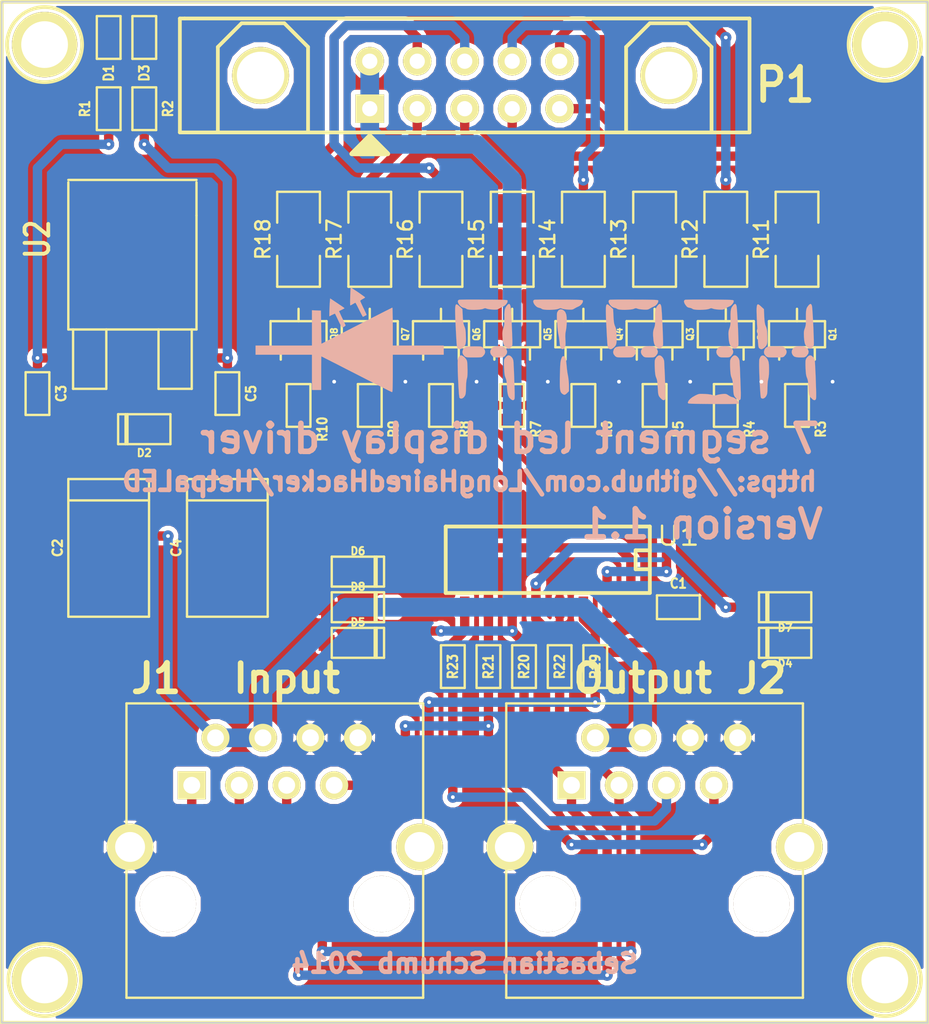
<source format=kicad_pcb>
(kicad_pcb (version 3) (host pcbnew "(2013-may-18)-stable")
  (layers (15 F.Cu signal hide) (0 B.Cu signal) (18 B.Paste user) (19 F.Paste user) (20 B.SilkS user) (21 F.SilkS user) (22 B.Mask user) (23 F.Mask user) (28 Edge.Cuts user))
  (net 0 "")
  (net 1 +24V)
  (net 2 +5V)
  (net 3 Clock)
  (net 4 Data_In)
  (net 5 Data_Out)
  (net 6 Enable)
  (net 7 FET_1)
  (net 8 FET_2)
  (net 9 FET_3)
  (net 10 FET_4)
  (net 11 FET_5)
  (net 12 FET_6)
  (net 13 FET_7)
  (net 14 FET_8)
  (net 15 GND)
  (net 16 N-0000017)
  (net 17 N-0000018)
  (net 18 N-0000019)
  (net 19 N-0000020)
  (net 20 N-0000021)
  (net 21 N-0000022)
  (net 22 N-0000023)
  (net 23 N-0000024)
  (net 24 N-0000025)
  (net 25 N-0000026)
  (net 26 N-0000027)
  (net 27 N-0000029)
  (net 28 N-0000030)
  (net 29 N-0000031)
  (net 30 N-0000032)
  (net 31 N-0000033)
  (net 32 N-0000034)
  (net 33 N-0000035)
  (net 34 N-0000036)
  (net 35 N-0000037)
  (net 36 N-0000038)
  (net 37 N-0000045)
  (net 38 N-0000047)
  (net 39 Reset)
  (net 40 SEG_1)
  (net 41 SEG_2)
  (net 42 SEG_3)
  (net 43 SEG_4)
  (net 44 SEG_5)
  (net 45 SEG_6)
  (net 46 SEG_7)
  (net 47 SEG_8)
  (module RJ45_MEBP_8-8G (layer F.Cu) (at 134.62 82.55)
    (fp_text reference J2 (at 5.715 -12.065) (layer F.SilkS) (effects (font (size 1.524 1.524) (thickness 0.3048))))
    (fp_text value RJ45 hide)
    (pad "" thru_hole circle (at 5.715 0) (size 3 3) (drill 3) (layers *.Cu *.Mask F.SilkS))
    (pad "" thru_hole circle (at -5.715 0) (size 3 3) (drill 3) (layers *.Cu *.Mask F.SilkS))
    (pad 1 thru_hole rect (at -4.445 -6.35) (size 1.50114 1.50114) (drill 0.89916) (layers *.Cu *.Mask F.SilkS) (net 3 Clock))
    (pad 2 thru_hole circle (at -3.175 -8.89) (size 1.50114 1.50114) (drill 0.89916) (layers *.Cu *.Mask F.SilkS) (net 1 +24V))
    (pad 3 thru_hole circle (at -1.905 -6.35) (size 1.50114 1.50114) (drill 0.89916) (layers *.Cu *.Mask F.SilkS) (net 6 Enable))
    (pad 4 thru_hole circle (at -0.635 -8.89) (size 1.50114 1.50114) (drill 0.89916) (layers *.Cu *.Mask F.SilkS) (net 1 +24V))
    (pad 5 thru_hole circle (at 0.635 -6.35) (size 1.50114 1.50114) (drill 0.89916) (layers *.Cu *.Mask F.SilkS) (net 5 Data_Out))
    (pad 6 thru_hole circle (at 1.905 -8.89) (size 1.50114 1.50114) (drill 0.89916) (layers *.Cu *.Mask F.SilkS) (net 15 GND))
    (pad 7 thru_hole circle (at 3.175 -6.35) (size 1.50114 1.50114) (drill 0.89916) (layers *.Cu *.Mask F.SilkS) (net 39 Reset))
    (pad 8 thru_hole circle (at 4.445 -8.89) (size 1.50114 1.50114) (drill 0.89916) (layers *.Cu *.Mask F.SilkS) (net 15 GND))
    (pad 9 thru_hole circle (at -7.745 -3.05) (size 2.5 2.5) (drill 1.6) (layers *.Cu *.Mask F.SilkS) (net 15 GND))
    (pad 10 thru_hole circle (at 7.747 -3.05) (size 2.5 2.5) (drill 1.6) (layers *.Cu *.Mask F.SilkS))
  )
  (module RJ45_MEBP_8-8G (layer F.Cu) (at 114.3 82.55)
    (fp_text reference J1 (at -6.35 -12.065) (layer F.SilkS) (effects (font (size 1.524 1.524) (thickness 0.3048))))
    (fp_text value RJ45 hide)
    (pad "" thru_hole circle (at 5.715 0) (size 3 3) (drill 3) (layers *.Cu *.Mask F.SilkS))
    (pad "" thru_hole circle (at -5.715 0) (size 3 3) (drill 3) (layers *.Cu *.Mask F.SilkS))
    (pad 1 thru_hole rect (at -4.445 -6.35) (size 1.50114 1.50114) (drill 0.89916) (layers *.Cu *.Mask F.SilkS) (net 3 Clock))
    (pad 2 thru_hole circle (at -3.175 -8.89) (size 1.50114 1.50114) (drill 0.89916) (layers *.Cu *.Mask F.SilkS) (net 1 +24V))
    (pad 3 thru_hole circle (at -1.905 -6.35) (size 1.50114 1.50114) (drill 0.89916) (layers *.Cu *.Mask F.SilkS) (net 6 Enable))
    (pad 4 thru_hole circle (at -0.635 -8.89) (size 1.50114 1.50114) (drill 0.89916) (layers *.Cu *.Mask F.SilkS) (net 1 +24V))
    (pad 5 thru_hole circle (at 0.635 -6.35) (size 1.50114 1.50114) (drill 0.89916) (layers *.Cu *.Mask F.SilkS) (net 4 Data_In))
    (pad 6 thru_hole circle (at 1.905 -8.89) (size 1.50114 1.50114) (drill 0.89916) (layers *.Cu *.Mask F.SilkS) (net 15 GND))
    (pad 7 thru_hole circle (at 3.175 -6.35) (size 1.50114 1.50114) (drill 0.89916) (layers *.Cu *.Mask F.SilkS) (net 39 Reset))
    (pad 8 thru_hole circle (at 4.445 -8.89) (size 1.50114 1.50114) (drill 0.89916) (layers *.Cu *.Mask F.SilkS) (net 15 GND))
    (pad 9 thru_hole circle (at -7.745 -3.05) (size 2.5 2.5) (drill 1.6) (layers *.Cu *.Mask F.SilkS) (net 15 GND))
    (pad 10 thru_hole circle (at 7.747 -3.05) (size 2.5 2.5) (drill 1.6) (layers *.Cu *.Mask F.SilkS))
  )
  (module 1pin (layer F.Cu) (at 101.981 36.576)
    (fp_text reference 1PIN hide)
    (fp_text value P*** hide)
    (pad 1 thru_hole circle (at 0 0) (size 3.5 3.5) (drill 2.5) (layers *.Cu *.Mask F.SilkS))
  )
  (module 1pin (layer F.Cu) (at 101.981 86.614)
    (fp_text reference 1PIN hide)
    (fp_text value P*** hide)
    (pad 1 thru_hole circle (at 0 0) (size 3.5 3.5) (drill 2.5) (layers *.Cu *.Mask F.SilkS))
  )
  (module 1pin (layer F.Cu) (at 146.939 86.614)
    (fp_text reference 1PIN hide)
    (fp_text value P*** hide)
    (pad 1 thru_hole circle (at 0 0) (size 3.5 3.5) (drill 2.5) (layers *.Cu *.Mask F.SilkS))
  )
  (module 1pin (layer F.Cu) (at 146.939 36.576)
    (fp_text reference 1PIN hide)
    (fp_text value P*** hide)
    (pad 1 thru_hole circle (at 0 0) (size 3.5 3.5) (drill 2.5) (layers *.Cu *.Mask F.SilkS))
  )
  (module HE10-10C (layer F.Cu) (at 124.46 38.735 180)
    (fp_text reference P1 (at -17.145 0 360) (layer F.SilkS) (effects (font (size 1.77546 1.5875) (thickness 0.3048))))
    (fp_text value HE10-10 hide)
    (pad 0 thru_hole circle (at -10.922 0.508 180) (size 3.048 3.048) (drill 2.54) (layers *.Cu *.Mask F.SilkS))
    (pad 0 thru_hole circle (at 10.922 0.508 180) (size 3.048 3.048) (drill 2.54) (layers *.Cu *.Mask F.SilkS))
    (pad 1 thru_hole rect (at 5.08 -1.27 180) (size 1.524 1.524) (drill 0.8128) (layers *.Cu *.Mask F.SilkS) (net 1 +24V))
    (pad 2 thru_hole circle (at 5.08 1.27 180) (size 1.524 1.524) (drill 0.8128) (layers *.Cu *.Mask F.SilkS) (net 1 +24V))
    (pad 3 thru_hole circle (at 2.54 -1.27 180) (size 1.524 1.524) (drill 0.8128) (layers *.Cu *.Mask F.SilkS) (net 46 SEG_7))
    (pad 4 thru_hole circle (at 2.54 1.27 180) (size 1.524 1.524) (drill 0.8128) (layers *.Cu *.Mask F.SilkS) (net 47 SEG_8))
    (pad 5 thru_hole circle (at 0 -1.27 180) (size 1.524 1.524) (drill 0.8128) (layers *.Cu *.Mask F.SilkS) (net 44 SEG_5))
    (pad 6 thru_hole circle (at 0 1.27 180) (size 1.524 1.524) (drill 0.8128) (layers *.Cu *.Mask F.SilkS) (net 45 SEG_6))
    (pad 7 thru_hole circle (at -2.54 -1.27 180) (size 1.524 1.524) (drill 0.8128) (layers *.Cu *.Mask F.SilkS) (net 42 SEG_3))
    (pad 8 thru_hole circle (at -2.54 1.27 180) (size 1.524 1.524) (drill 0.8128) (layers *.Cu *.Mask F.SilkS) (net 43 SEG_4))
    (pad 9 thru_hole circle (at -5.08 -1.27 180) (size 1.524 1.524) (drill 0.8128) (layers *.Cu *.Mask F.SilkS) (net 40 SEG_1))
    (pad 10 thru_hole circle (at -5.08 1.27 180) (size 1.524 1.524) (drill 0.8128) (layers *.Cu *.Mask F.SilkS) (net 41 SEG_2))
  )
  (module c_tant_D (layer F.Cu) (at 111.76 63.5 90)
    (fp_text reference C4 (at 0 -2.7305 90) (layer F.SilkS) (effects (font (size 0.50038 0.50038) (thickness 0.11938))))
    (fp_text value 10uF hide)
    (pad 1 smd rect (at 2.99974 0 90) (size 2.55016 2.70002) (layers F.Cu F.Paste F.Mask) (net 2 +5V))
    (pad 2 smd rect (at -2.99974 0 90) (size 2.55016 3.79984) (layers F.Cu F.Paste F.Mask) (net 15 GND))
  )
  (module sot23 (layer F.Cu) (at 119.38 52.07)
    (fp_text reference Q7 (at 1.905 0 90) (layer F.SilkS) (effects (font (size 0.35 0.35) (thickness 0.0875))))
    (fp_text value NDS355 hide)
    (pad 1 smd rect (at -0.9525 1.05664) (size 0.59944 1.00076) (layers F.Cu F.Paste F.Mask) (net 35 N-0000037))
    (pad 2 smd rect (at 0 -1.05664) (size 0.59944 1.00076) (layers F.Cu F.Paste F.Mask) (net 34 N-0000036))
    (pad 3 smd rect (at 0.9525 1.05664) (size 0.59944 1.00076) (layers F.Cu F.Paste F.Mask) (net 15 GND))
  )
  (module sot23 (layer F.Cu) (at 142.24 52.07)
    (fp_text reference Q1 (at 1.905 0 90) (layer F.SilkS) (effects (font (size 0.35 0.35) (thickness 0.0875))))
    (fp_text value NDS355 hide)
    (pad 1 smd rect (at -0.9525 1.05664) (size 0.59944 1.00076) (layers F.Cu F.Paste F.Mask) (net 22 N-0000023))
    (pad 2 smd rect (at 0 -1.05664) (size 0.59944 1.00076) (layers F.Cu F.Paste F.Mask) (net 21 N-0000022))
    (pad 3 smd rect (at 0.9525 1.05664) (size 0.59944 1.00076) (layers F.Cu F.Paste F.Mask) (net 15 GND))
  )
  (module sot23 (layer F.Cu) (at 123.19 52.07)
    (fp_text reference Q6 (at 1.905 0 90) (layer F.SilkS) (effects (font (size 0.35 0.35) (thickness 0.0875))))
    (fp_text value NDS355 hide)
    (pad 1 smd rect (at -0.9525 1.05664) (size 0.59944 1.00076) (layers F.Cu F.Paste F.Mask) (net 36 N-0000038))
    (pad 2 smd rect (at 0 -1.05664) (size 0.59944 1.00076) (layers F.Cu F.Paste F.Mask) (net 26 N-0000027))
    (pad 3 smd rect (at 0.9525 1.05664) (size 0.59944 1.00076) (layers F.Cu F.Paste F.Mask) (net 15 GND))
  )
  (module sot23 (layer F.Cu) (at 138.43 52.07)
    (fp_text reference Q2 (at 1.905 0 90) (layer F.SilkS) (effects (font (size 0.35 0.35) (thickness 0.0875))))
    (fp_text value NDS355 hide)
    (pad 1 smd rect (at -0.9525 1.05664) (size 0.59944 1.00076) (layers F.Cu F.Paste F.Mask) (net 20 N-0000021))
    (pad 2 smd rect (at 0 -1.05664) (size 0.59944 1.00076) (layers F.Cu F.Paste F.Mask) (net 23 N-0000024))
    (pad 3 smd rect (at 0.9525 1.05664) (size 0.59944 1.00076) (layers F.Cu F.Paste F.Mask) (net 15 GND))
  )
  (module sot23 (layer F.Cu) (at 115.57 52.07)
    (fp_text reference Q8 (at 1.905 0 90) (layer F.SilkS) (effects (font (size 0.35 0.35) (thickness 0.0875))))
    (fp_text value NDS355 hide)
    (pad 1 smd rect (at -0.9525 1.05664) (size 0.59944 1.00076) (layers F.Cu F.Paste F.Mask) (net 33 N-0000035))
    (pad 2 smd rect (at 0 -1.05664) (size 0.59944 1.00076) (layers F.Cu F.Paste F.Mask) (net 32 N-0000034))
    (pad 3 smd rect (at 0.9525 1.05664) (size 0.59944 1.00076) (layers F.Cu F.Paste F.Mask) (net 15 GND))
  )
  (module sot23 (layer F.Cu) (at 134.62 52.07)
    (fp_text reference Q3 (at 1.905 0 90) (layer F.SilkS) (effects (font (size 0.35 0.35) (thickness 0.0875))))
    (fp_text value NDS355 hide)
    (pad 1 smd rect (at -0.9525 1.05664) (size 0.59944 1.00076) (layers F.Cu F.Paste F.Mask) (net 19 N-0000020))
    (pad 2 smd rect (at 0 -1.05664) (size 0.59944 1.00076) (layers F.Cu F.Paste F.Mask) (net 18 N-0000019))
    (pad 3 smd rect (at 0.9525 1.05664) (size 0.59944 1.00076) (layers F.Cu F.Paste F.Mask) (net 15 GND))
  )
  (module sot23 (layer F.Cu) (at 130.81 52.07)
    (fp_text reference Q4 (at 1.905 0 90) (layer F.SilkS) (effects (font (size 0.35 0.35) (thickness 0.0875))))
    (fp_text value NDS355 hide)
    (pad 1 smd rect (at -0.9525 1.05664) (size 0.59944 1.00076) (layers F.Cu F.Paste F.Mask) (net 17 N-0000018))
    (pad 2 smd rect (at 0 -1.05664) (size 0.59944 1.00076) (layers F.Cu F.Paste F.Mask) (net 16 N-0000017))
    (pad 3 smd rect (at 0.9525 1.05664) (size 0.59944 1.00076) (layers F.Cu F.Paste F.Mask) (net 15 GND))
  )
  (module sot23 (layer F.Cu) (at 127 52.07)
    (fp_text reference Q5 (at 1.905 0 90) (layer F.SilkS) (effects (font (size 0.35 0.35) (thickness 0.0875))))
    (fp_text value NDS355 hide)
    (pad 1 smd rect (at -0.9525 1.05664) (size 0.59944 1.00076) (layers F.Cu F.Paste F.Mask) (net 25 N-0000026))
    (pad 2 smd rect (at 0 -1.05664) (size 0.59944 1.00076) (layers F.Cu F.Paste F.Mask) (net 24 N-0000025))
    (pad 3 smd rect (at 0.9525 1.05664) (size 0.59944 1.00076) (layers F.Cu F.Paste F.Mask) (net 15 GND))
  )
  (module sod123 (layer F.Cu) (at 107.315 57.15 180)
    (fp_text reference D2 (at 0 -1.27 180) (layer F.SilkS) (effects (font (size 0.39878 0.39878) (thickness 0.09906))))
    (fp_text value BAT42W hide)
    (pad 2 smd rect (at 1.67386 0 180) (size 0.8509 0.8509) (layers F.Cu F.Paste F.Mask) (net 1 +24V))
    (pad 1 smd rect (at -1.67386 0 180) (size 0.8509 0.8509) (layers F.Cu F.Paste F.Mask) (net 2 +5V))
  )
  (module SO16E (layer F.Cu) (at 128.905 64.135 180)
    (fp_text reference U1 (at -6.985 1.27 180) (layer F.SilkS) (effects (font (size 1.016 1.143) (thickness 0.127))))
    (fp_text value 74HC595 hide)
    (pad 1 smd rect (at -4.445 2.54 180) (size 0.508 1.143) (layers F.Cu F.Paste F.Mask) (net 8 FET_2))
    (pad 2 smd rect (at -3.175 2.54 180) (size 0.508 1.143) (layers F.Cu F.Paste F.Mask) (net 9 FET_3))
    (pad 3 smd rect (at -1.905 2.54 180) (size 0.508 1.143) (layers F.Cu F.Paste F.Mask) (net 10 FET_4))
    (pad 4 smd rect (at -0.635 2.54 180) (size 0.508 1.143) (layers F.Cu F.Paste F.Mask) (net 11 FET_5))
    (pad 5 smd rect (at 0.635 2.54 180) (size 0.508 1.143) (layers F.Cu F.Paste F.Mask) (net 12 FET_6))
    (pad 6 smd rect (at 1.905 2.54 180) (size 0.508 1.143) (layers F.Cu F.Paste F.Mask) (net 13 FET_7))
    (pad 7 smd rect (at 3.175 2.54 180) (size 0.508 1.143) (layers F.Cu F.Paste F.Mask) (net 14 FET_8))
    (pad 8 smd rect (at 4.445 2.54 180) (size 0.508 1.143) (layers F.Cu F.Paste F.Mask) (net 15 GND))
    (pad 9 smd rect (at 4.445 -2.54 180) (size 0.508 1.143) (layers F.Cu F.Paste F.Mask) (net 29 N-0000031))
    (pad 10 smd rect (at 3.175 -2.54 180) (size 0.508 1.143) (layers F.Cu F.Paste F.Mask) (net 27 N-0000029))
    (pad 11 smd rect (at 1.905 -2.54 180) (size 0.508 1.143) (layers F.Cu F.Paste F.Mask) (net 28 N-0000030))
    (pad 12 smd rect (at 0.635 -2.54 180) (size 0.508 1.143) (layers F.Cu F.Paste F.Mask) (net 31 N-0000033))
    (pad 13 smd rect (at -0.635 -2.54 180) (size 0.508 1.143) (layers F.Cu F.Paste F.Mask) (net 15 GND))
    (pad 14 smd rect (at -1.905 -2.54 180) (size 0.508 1.143) (layers F.Cu F.Paste F.Mask) (net 30 N-0000032))
    (pad 15 smd rect (at -3.175 -2.54 180) (size 0.508 1.143) (layers F.Cu F.Paste F.Mask) (net 7 FET_1))
    (pad 16 smd rect (at -4.445 -2.54 180) (size 0.508 1.143) (layers F.Cu F.Paste F.Mask) (net 2 +5V))
  )
  (module SM1206 (layer F.Cu) (at 130.81 46.99 90)
    (fp_text reference R14 (at 0 -1.905 90) (layer F.SilkS) (effects (font (size 0.762 0.762) (thickness 0.127))))
    (fp_text value 160 hide)
    (pad 1 smd rect (at -1.651 0 90) (size 1.524 2.032) (layers F.Cu F.Paste F.Mask) (net 16 N-0000017))
    (pad 2 smd rect (at 1.651 0 90) (size 1.524 2.032) (layers F.Cu F.Paste F.Mask) (net 43 SEG_4))
  )
  (module SM1206 (layer F.Cu) (at 123.19 46.99 90)
    (fp_text reference R16 (at 0 -1.905 90) (layer F.SilkS) (effects (font (size 0.762 0.762) (thickness 0.127))))
    (fp_text value 160 hide)
    (pad 1 smd rect (at -1.651 0 90) (size 1.524 2.032) (layers F.Cu F.Paste F.Mask) (net 26 N-0000027))
    (pad 2 smd rect (at 1.651 0 90) (size 1.524 2.032) (layers F.Cu F.Paste F.Mask) (net 45 SEG_6))
  )
  (module SM1206 (layer F.Cu) (at 127 46.99 90)
    (fp_text reference R15 (at 0 -1.905 90) (layer F.SilkS) (effects (font (size 0.762 0.762) (thickness 0.127))))
    (fp_text value 160 hide)
    (pad 1 smd rect (at -1.651 0 90) (size 1.524 2.032) (layers F.Cu F.Paste F.Mask) (net 24 N-0000025))
    (pad 2 smd rect (at 1.651 0 90) (size 1.524 2.032) (layers F.Cu F.Paste F.Mask) (net 44 SEG_5))
  )
  (module SM1206 (layer F.Cu) (at 119.38 46.99 90)
    (fp_text reference R17 (at 0 -1.905 90) (layer F.SilkS) (effects (font (size 0.762 0.762) (thickness 0.127))))
    (fp_text value 470 hide)
    (pad 1 smd rect (at -1.651 0 90) (size 1.524 2.032) (layers F.Cu F.Paste F.Mask) (net 34 N-0000036))
    (pad 2 smd rect (at 1.651 0 90) (size 1.524 2.032) (layers F.Cu F.Paste F.Mask) (net 46 SEG_7))
  )
  (module SM1206 (layer F.Cu) (at 134.62 46.99 90)
    (fp_text reference R13 (at 0 -1.905 90) (layer F.SilkS) (effects (font (size 0.762 0.762) (thickness 0.127))))
    (fp_text value 160 hide)
    (pad 1 smd rect (at -1.651 0 90) (size 1.524 2.032) (layers F.Cu F.Paste F.Mask) (net 18 N-0000019))
    (pad 2 smd rect (at 1.651 0 90) (size 1.524 2.032) (layers F.Cu F.Paste F.Mask) (net 42 SEG_3))
  )
  (module SM1206 (layer F.Cu) (at 138.43 46.99 90)
    (fp_text reference R12 (at 0 -1.905 90) (layer F.SilkS) (effects (font (size 0.762 0.762) (thickness 0.127))))
    (fp_text value 160 hide)
    (pad 1 smd rect (at -1.651 0 90) (size 1.524 2.032) (layers F.Cu F.Paste F.Mask) (net 23 N-0000024))
    (pad 2 smd rect (at 1.651 0 90) (size 1.524 2.032) (layers F.Cu F.Paste F.Mask) (net 41 SEG_2))
  )
  (module SM1206 (layer F.Cu) (at 142.24 46.99 90)
    (fp_text reference R11 (at 0 -1.905 90) (layer F.SilkS) (effects (font (size 0.762 0.762) (thickness 0.127))))
    (fp_text value 160 hide)
    (pad 1 smd rect (at -1.651 0 90) (size 1.524 2.032) (layers F.Cu F.Paste F.Mask) (net 21 N-0000022))
    (pad 2 smd rect (at 1.651 0 90) (size 1.524 2.032) (layers F.Cu F.Paste F.Mask) (net 40 SEG_1))
  )
  (module SM1206 (layer F.Cu) (at 115.57 46.99 90)
    (fp_text reference R18 (at 0 -1.905 90) (layer F.SilkS) (effects (font (size 0.762 0.762) (thickness 0.127))))
    (fp_text value 470 hide)
    (pad 1 smd rect (at -1.651 0 90) (size 1.524 2.032) (layers F.Cu F.Paste F.Mask) (net 32 N-0000034))
    (pad 2 smd rect (at 1.651 0 90) (size 1.524 2.032) (layers F.Cu F.Paste F.Mask) (net 47 SEG_8))
  )
  (module SM0603 (layer F.Cu) (at 107.315 40.005 90)
    (fp_text reference R2 (at 0 1.27 90) (layer F.SilkS) (effects (font (size 0.508 0.4572) (thickness 0.1143))))
    (fp_text value 1k hide)
    (pad 1 smd rect (at -0.762 0 90) (size 0.635 1.143) (layers F.Cu F.Paste F.Mask) (net 2 +5V))
    (pad 2 smd rect (at 0.762 0 90) (size 0.635 1.143) (layers F.Cu F.Paste F.Mask) (net 37 N-0000045))
  )
  (module SM0603 (layer F.Cu) (at 142.24 55.88 270)
    (fp_text reference R3 (at 1.27 -1.27 270) (layer F.SilkS) (effects (font (size 0.508 0.4572) (thickness 0.1143))))
    (fp_text value 220 hide)
    (pad 1 smd rect (at -0.762 0 270) (size 0.635 1.143) (layers F.Cu F.Paste F.Mask) (net 22 N-0000023))
    (pad 2 smd rect (at 0.762 0 270) (size 0.635 1.143) (layers F.Cu F.Paste F.Mask) (net 7 FET_1))
  )
  (module SM0603 (layer F.Cu) (at 101.6 55.245 270)
    (fp_text reference C3 (at 0 -1.27 270) (layer F.SilkS) (effects (font (size 0.508 0.4572) (thickness 0.1143))))
    (fp_text value 100nF hide)
    (pad 1 smd rect (at -0.762 0 270) (size 0.635 1.143) (layers F.Cu F.Paste F.Mask) (net 1 +24V))
    (pad 2 smd rect (at 0.762 0 270) (size 0.635 1.143) (layers F.Cu F.Paste F.Mask) (net 15 GND))
  )
  (module SM0603 (layer F.Cu) (at 138.43 55.88 270)
    (fp_text reference R4 (at 1.27 -1.27 270) (layer F.SilkS) (effects (font (size 0.508 0.4572) (thickness 0.1143))))
    (fp_text value 220 hide)
    (pad 1 smd rect (at -0.762 0 270) (size 0.635 1.143) (layers F.Cu F.Paste F.Mask) (net 20 N-0000021))
    (pad 2 smd rect (at 0.762 0 270) (size 0.635 1.143) (layers F.Cu F.Paste F.Mask) (net 8 FET_2))
  )
  (module SM0603 (layer F.Cu) (at 134.62 55.88 270)
    (fp_text reference R5 (at 1.27 -1.27 270) (layer F.SilkS) (effects (font (size 0.508 0.4572) (thickness 0.1143))))
    (fp_text value 220 hide)
    (pad 1 smd rect (at -0.762 0 270) (size 0.635 1.143) (layers F.Cu F.Paste F.Mask) (net 19 N-0000020))
    (pad 2 smd rect (at 0.762 0 270) (size 0.635 1.143) (layers F.Cu F.Paste F.Mask) (net 9 FET_3))
  )
  (module SM0603 (layer F.Cu) (at 130.81 55.88 270)
    (fp_text reference R6 (at 1.27 -1.27 270) (layer F.SilkS) (effects (font (size 0.508 0.4572) (thickness 0.1143))))
    (fp_text value 220 hide)
    (pad 1 smd rect (at -0.762 0 270) (size 0.635 1.143) (layers F.Cu F.Paste F.Mask) (net 17 N-0000018))
    (pad 2 smd rect (at 0.762 0 270) (size 0.635 1.143) (layers F.Cu F.Paste F.Mask) (net 10 FET_4))
  )
  (module SM0603 (layer F.Cu) (at 107.315 36.195 90)
    (fp_text reference D3 (at -1.905 0 90) (layer F.SilkS) (effects (font (size 0.508 0.4572) (thickness 0.1143))))
    (fp_text value LED hide)
    (pad 1 smd rect (at -0.762 0 90) (size 0.635 1.143) (layers F.Cu F.Paste F.Mask) (net 37 N-0000045))
    (pad 2 smd rect (at 0.762 0 90) (size 0.635 1.143) (layers F.Cu F.Paste F.Mask) (net 15 GND))
  )
  (module SM0603 (layer F.Cu) (at 105.41 40.005 90)
    (fp_text reference R1 (at 0 -1.27 90) (layer F.SilkS) (effects (font (size 0.508 0.4572) (thickness 0.1143))))
    (fp_text value 1k hide)
    (pad 1 smd rect (at -0.762 0 90) (size 0.635 1.143) (layers F.Cu F.Paste F.Mask) (net 1 +24V))
    (pad 2 smd rect (at 0.762 0 90) (size 0.635 1.143) (layers F.Cu F.Paste F.Mask) (net 38 N-0000047))
  )
  (module SM0603 (layer F.Cu) (at 127 55.88 270)
    (fp_text reference R7 (at 1.27 -1.27 270) (layer F.SilkS) (effects (font (size 0.508 0.4572) (thickness 0.1143))))
    (fp_text value 220 hide)
    (pad 1 smd rect (at -0.762 0 270) (size 0.635 1.143) (layers F.Cu F.Paste F.Mask) (net 25 N-0000026))
    (pad 2 smd rect (at 0.762 0 270) (size 0.635 1.143) (layers F.Cu F.Paste F.Mask) (net 11 FET_5))
  )
  (module SM0603 (layer F.Cu) (at 105.41 36.195 90)
    (fp_text reference D1 (at -1.905 0 90) (layer F.SilkS) (effects (font (size 0.508 0.4572) (thickness 0.1143))))
    (fp_text value LED hide)
    (pad 1 smd rect (at -0.762 0 90) (size 0.635 1.143) (layers F.Cu F.Paste F.Mask) (net 38 N-0000047))
    (pad 2 smd rect (at 0.762 0 90) (size 0.635 1.143) (layers F.Cu F.Paste F.Mask) (net 15 GND))
  )
  (module SM0603 (layer F.Cu) (at 135.89 66.675)
    (fp_text reference C1 (at 0 -1.27) (layer F.SilkS) (effects (font (size 0.508 0.4572) (thickness 0.1143))))
    (fp_text value 100n hide)
    (pad 1 smd rect (at -0.762 0) (size 0.635 1.143) (layers F.Cu F.Paste F.Mask) (net 2 +5V))
    (pad 2 smd rect (at 0.762 0) (size 0.635 1.143) (layers F.Cu F.Paste F.Mask) (net 15 GND))
  )
  (module SM0603 (layer F.Cu) (at 123.19 55.88 270)
    (fp_text reference R8 (at 1.27 -1.27 270) (layer F.SilkS) (effects (font (size 0.508 0.4572) (thickness 0.1143))))
    (fp_text value 220 hide)
    (pad 1 smd rect (at -0.762 0 270) (size 0.635 1.143) (layers F.Cu F.Paste F.Mask) (net 36 N-0000038))
    (pad 2 smd rect (at 0.762 0 270) (size 0.635 1.143) (layers F.Cu F.Paste F.Mask) (net 12 FET_6))
  )
  (module SM0603 (layer F.Cu) (at 115.57 55.88 270)
    (fp_text reference R10 (at 1.27 -1.27 270) (layer F.SilkS) (effects (font (size 0.508 0.4572) (thickness 0.1143))))
    (fp_text value 220 hide)
    (pad 1 smd rect (at -0.762 0 270) (size 0.635 1.143) (layers F.Cu F.Paste F.Mask) (net 33 N-0000035))
    (pad 2 smd rect (at 0.762 0 270) (size 0.635 1.143) (layers F.Cu F.Paste F.Mask) (net 14 FET_8))
  )
  (module SM0603 (layer F.Cu) (at 119.38 55.88 270)
    (fp_text reference R9 (at 1.27 -1.27 270) (layer F.SilkS) (effects (font (size 0.508 0.4572) (thickness 0.1143))))
    (fp_text value 220 hide)
    (pad 1 smd rect (at -0.762 0 270) (size 0.635 1.143) (layers F.Cu F.Paste F.Mask) (net 35 N-0000037))
    (pad 2 smd rect (at 0.762 0 270) (size 0.635 1.143) (layers F.Cu F.Paste F.Mask) (net 13 FET_7))
  )
  (module DPAK2 (layer F.Cu) (at 106.68 53.34)
    (fp_text reference U2 (at -5.08 -6.35 90) (layer F.SilkS) (effects (font (size 1.27 1.016) (thickness 0.2032))))
    (fp_text value TS2937 hide)
    (pad 1 smd rect (at -2.286 0) (size 1.651 3.048) (layers F.Cu F.Paste F.Mask) (net 1 +24V))
    (pad 2 smd rect (at 0 -6.35) (size 6.096 6.096) (layers F.Cu F.Paste F.Mask) (net 15 GND))
    (pad 3 smd rect (at 2.286 0) (size 1.651 3.048) (layers F.Cu F.Paste F.Mask) (net 2 +5V))
  )
  (module c_tant_D (layer F.Cu) (at 105.41 63.5 90)
    (fp_text reference C2 (at 0 -2.7305 90) (layer F.SilkS) (effects (font (size 0.50038 0.50038) (thickness 0.11938))))
    (fp_text value 10uF hide)
    (pad 1 smd rect (at 2.99974 0 90) (size 2.55016 2.70002) (layers F.Cu F.Paste F.Mask) (net 1 +24V))
    (pad 2 smd rect (at -2.99974 0 90) (size 2.55016 3.79984) (layers F.Cu F.Paste F.Mask) (net 15 GND))
  )
  (module SM0603 (layer F.Cu) (at 111.76 55.245 270)
    (fp_text reference C5 (at 0 -1.27 270) (layer F.SilkS) (effects (font (size 0.508 0.4572) (thickness 0.1143))))
    (fp_text value 100nF hide)
    (pad 1 smd rect (at -0.762 0 270) (size 0.635 1.143) (layers F.Cu F.Paste F.Mask) (net 2 +5V))
    (pad 2 smd rect (at 0.762 0 270) (size 0.635 1.143) (layers F.Cu F.Paste F.Mask) (net 15 GND))
  )
  (module logo_silkbot_30_00mm (layer B.Cu) (at 128.27 52.705)
    (fp_text reference G*** hide)
    (fp_text value logo_silkbot_30_00mm hide)
  )
  (module sod123 (layer F.Cu) (at 141.605 68.58 180)
    (fp_text reference D4 (at 0 -1.09982 180) (layer F.SilkS) (effects (font (size 0.39878 0.39878) (thickness 0.09906))))
    (fp_text value ZENER hide)
    (pad 2 smd rect (at 1.67386 0 180) (size 0.8509 0.8509) (layers F.Cu F.Paste F.Mask) (net 30 N-0000032))
    (pad 1 smd rect (at -1.67386 0 180) (size 0.8509 0.8509) (layers F.Cu F.Paste F.Mask) (net 15 GND))
  )
  (module sod123 (layer F.Cu) (at 118.745 68.58)
    (fp_text reference D5 (at 0 -1.09982) (layer F.SilkS) (effects (font (size 0.39878 0.39878) (thickness 0.09906))))
    (fp_text value ZENER hide)
    (pad 2 smd rect (at 1.67386 0) (size 0.8509 0.8509) (layers F.Cu F.Paste F.Mask) (net 28 N-0000030))
    (pad 1 smd rect (at -1.67386 0) (size 0.8509 0.8509) (layers F.Cu F.Paste F.Mask) (net 15 GND))
  )
  (module sod123 (layer F.Cu) (at 118.745 64.77)
    (fp_text reference D6 (at 0 -1.09982) (layer F.SilkS) (effects (font (size 0.39878 0.39878) (thickness 0.09906))))
    (fp_text value ZENER hide)
    (pad 2 smd rect (at 1.67386 0) (size 0.8509 0.8509) (layers F.Cu F.Paste F.Mask) (net 27 N-0000029))
    (pad 1 smd rect (at -1.67386 0) (size 0.8509 0.8509) (layers F.Cu F.Paste F.Mask) (net 15 GND))
  )
  (module sod123 (layer F.Cu) (at 141.605 66.675 180)
    (fp_text reference D7 (at 0 -1.09982 180) (layer F.SilkS) (effects (font (size 0.39878 0.39878) (thickness 0.09906))))
    (fp_text value ZENER hide)
    (pad 2 smd rect (at 1.67386 0 180) (size 0.8509 0.8509) (layers F.Cu F.Paste F.Mask) (net 31 N-0000033))
    (pad 1 smd rect (at -1.67386 0 180) (size 0.8509 0.8509) (layers F.Cu F.Paste F.Mask) (net 15 GND))
  )
  (module sod123 (layer F.Cu) (at 118.745 66.675)
    (fp_text reference D8 (at 0 -1.09982) (layer F.SilkS) (effects (font (size 0.39878 0.39878) (thickness 0.09906))))
    (fp_text value ZENER hide)
    (pad 2 smd rect (at 1.67386 0) (size 0.8509 0.8509) (layers F.Cu F.Paste F.Mask) (net 29 N-0000031))
    (pad 1 smd rect (at -1.67386 0) (size 0.8509 0.8509) (layers F.Cu F.Paste F.Mask) (net 15 GND))
  )
  (module SM0603 (layer F.Cu) (at 131.445 69.85 90)
    (fp_text reference R19 (at 0 0 90) (layer F.SilkS) (effects (font (size 0.508 0.4572) (thickness 0.1143))))
    (fp_text value 1k hide)
    (pad 1 smd rect (at -0.762 0 90) (size 0.635 1.143) (layers F.Cu F.Paste F.Mask) (net 4 Data_In))
    (pad 2 smd rect (at 0.762 0 90) (size 0.635 1.143) (layers F.Cu F.Paste F.Mask) (net 30 N-0000032))
  )
  (module SM0603 (layer F.Cu) (at 127.635 69.85 90)
    (fp_text reference R20 (at 0 0 90) (layer F.SilkS) (effects (font (size 0.508 0.4572) (thickness 0.1143))))
    (fp_text value 1k hide)
    (pad 1 smd rect (at -0.762 0 90) (size 0.635 1.143) (layers F.Cu F.Paste F.Mask) (net 3 Clock))
    (pad 2 smd rect (at 0.762 0 90) (size 0.635 1.143) (layers F.Cu F.Paste F.Mask) (net 28 N-0000030))
  )
  (module SM0603 (layer F.Cu) (at 125.73 69.85 90)
    (fp_text reference R21 (at 0 0 90) (layer F.SilkS) (effects (font (size 0.508 0.4572) (thickness 0.1143))))
    (fp_text value 1k hide)
    (pad 1 smd rect (at -0.762 0 90) (size 0.635 1.143) (layers F.Cu F.Paste F.Mask) (net 39 Reset))
    (pad 2 smd rect (at 0.762 0 90) (size 0.635 1.143) (layers F.Cu F.Paste F.Mask) (net 27 N-0000029))
  )
  (module SM0603 (layer F.Cu) (at 129.54 69.85 90)
    (fp_text reference R22 (at 0 0 90) (layer F.SilkS) (effects (font (size 0.508 0.4572) (thickness 0.1143))))
    (fp_text value 1k hide)
    (pad 1 smd rect (at -0.762 0 90) (size 0.635 1.143) (layers F.Cu F.Paste F.Mask) (net 6 Enable))
    (pad 2 smd rect (at 0.762 0 90) (size 0.635 1.143) (layers F.Cu F.Paste F.Mask) (net 31 N-0000033))
  )
  (module SM0603 (layer F.Cu) (at 123.825 69.85 270)
    (fp_text reference R23 (at 0 0 270) (layer F.SilkS) (effects (font (size 0.508 0.4572) (thickness 0.1143))))
    (fp_text value 1k hide)
    (pad 1 smd rect (at -0.762 0 270) (size 0.635 1.143) (layers F.Cu F.Paste F.Mask) (net 29 N-0000031))
    (pad 2 smd rect (at 0.762 0 270) (size 0.635 1.143) (layers F.Cu F.Paste F.Mask) (net 5 Data_Out))
  )
  (gr_line (start 149.225 88.9) (end 149.225 34.29) (angle 90) (layer F.SilkS) (width 0.2))
  (gr_line (start 99.695 88.9) (end 149.225 88.9) (angle 90) (layer F.SilkS) (width 0.2))
  (gr_line (start 99.695 34.29) (end 99.695 88.9) (angle 90) (layer F.SilkS) (width 0.2))
  (gr_line (start 149.225 34.29) (end 99.695 34.29) (angle 90) (layer F.SilkS) (width 0.2))
  (gr_text "Version 1.1" (at 137.16 62.23) (layer B.SilkS) (effects (font (size 1.5 1.5) (thickness 0.3)) (justify mirror)))
  (gr_text "Sebastian Schumb 2014" (at 124.46 85.725) (layer B.SilkS) (effects (font (size 1 1) (thickness 0.25)) (justify mirror)))
  (gr_text Output (at 133.985 70.485) (layer F.SilkS) (effects (font (size 1.5 1.5) (thickness 0.3))))
  (gr_text Input (at 114.935 70.485) (layer F.SilkS) (effects (font (size 1.5 1.5) (thickness 0.3))))
  (gr_text https://github.com/LongHairedHacker/HetpaLED (at 124.714 59.944) (layer B.SilkS) (effects (font (size 1 1) (thickness 0.25)) (justify mirror)))
  (gr_text "7 segment led display driver" (at 126.873 57.658) (layer B.SilkS) (effects (font (size 1.5 1.5) (thickness 0.3)) (justify mirror)))
  (gr_line (start 99.695 34.29) (end 149.225 34.29) (angle 90) (layer Edge.Cuts) (width 0.1))
  (gr_line (start 99.695 88.9) (end 99.695 34.29) (angle 90) (layer Edge.Cuts) (width 0.1))
  (gr_line (start 149.225 88.9) (end 99.695 88.9) (angle 90) (layer Edge.Cuts) (width 0.1))
  (gr_line (start 149.225 34.29) (end 149.225 88.9) (angle 90) (layer Edge.Cuts) (width 0.1))
  (segment (start 105.41 60.50026) (end 105.41 62.23) (width 0.5) (layer F.Cu) (net 1))
  (segment (start 108.585 71.12) (end 111.125 73.66) (width 0.5) (layer B.Cu) (net 1))
  (segment (start 108.585 62.865) (end 108.585 71.12) (width 0.5) (layer B.Cu) (net 1))
  (via (at 108.585 62.865) (size 0.6) (drill 0.2) (layers F.Cu B.Cu) (net 1))
  (segment (start 106.045 62.865) (end 108.585 62.865) (width 0.5) (layer F.Cu) (net 1))
  (segment (start 105.41 62.23) (end 106.045 62.865) (width 0.5) (layer F.Cu) (net 1))
  (segment (start 127 66.675) (end 127 64.77) (width 1) (layer B.Cu) (net 1))
  (segment (start 127 64.77) (end 127 43.815) (width 1) (layer B.Cu) (net 1))
  (segment (start 119.38 41.275) (end 119.38 40.005) (width 1) (layer B.Cu) (net 1))
  (segment (start 119.38 41.275) (end 120.015 41.91) (width 1) (layer B.Cu) (net 1))
  (segment (start 120.015 41.91) (end 125.095 41.91) (width 1) (layer B.Cu) (net 1))
  (segment (start 125.095 41.91) (end 127 43.815) (width 1) (layer B.Cu) (net 1))
  (segment (start 119.38 37.465) (end 119.38 40.005) (width 1) (layer B.Cu) (net 1))
  (segment (start 105.41 40.767) (end 105.41 41.91) (width 0.5) (layer F.Cu) (net 1))
  (via (at 105.41 41.91) (size 0.6) (drill 0.2) (layers F.Cu B.Cu) (net 1))
  (segment (start 102.87 41.91) (end 105.41 41.91) (width 0.5) (layer B.Cu) (net 1))
  (segment (start 101.6 43.18) (end 102.87 41.91) (width 0.5) (layer B.Cu) (net 1))
  (segment (start 101.6 43.18) (end 101.6 53.34) (width 0.5) (layer B.Cu) (net 1))
  (via (at 101.6 53.34) (size 0.6) (drill 0.2) (layers F.Cu B.Cu) (net 1))
  (segment (start 118.11 66.675) (end 127 66.675) (width 1) (layer B.Cu) (net 1))
  (segment (start 127 66.675) (end 130.81 66.675) (width 1) (layer B.Cu) (net 1))
  (segment (start 105.64114 57.15) (end 105.64114 58.18886) (width 0.5) (layer F.Cu) (net 1))
  (segment (start 105.64114 58.18886) (end 105.41 58.42) (width 0.5) (layer F.Cu) (net 1))
  (segment (start 105.41 58.42) (end 105.41 60.50026) (width 0.5) (layer F.Cu) (net 1))
  (segment (start 105.64114 57.15) (end 105.64114 56.11114) (width 0.5) (layer F.Cu) (net 1))
  (segment (start 104.394 54.864) (end 105.41 55.88) (width 0.5) (layer F.Cu) (net 1))
  (segment (start 104.394 54.864) (end 104.394 53.34) (width 0.5) (layer F.Cu) (net 1))
  (segment (start 105.64114 56.11114) (end 105.41 55.88) (width 0.5) (layer F.Cu) (net 1))
  (segment (start 101.6 54.483) (end 101.6 53.34) (width 0.5) (layer F.Cu) (net 1))
  (segment (start 101.6 53.34) (end 104.394 53.34) (width 0.5) (layer F.Cu) (net 1))
  (segment (start 133.985 73.66) (end 133.985 69.85) (width 1) (layer B.Cu) (net 1))
  (segment (start 133.985 69.85) (end 130.81 66.675) (width 1) (layer B.Cu) (net 1))
  (segment (start 118.11 66.675) (end 118.11 66.675) (width 1) (layer B.Cu) (net 1))
  (segment (start 113.665 71.12) (end 118.11 66.675) (width 1) (layer B.Cu) (net 1))
  (segment (start 113.665 71.12) (end 113.665 71.12) (width 1) (layer B.Cu) (net 1))
  (segment (start 113.665 71.12) (end 113.665 73.66) (width 1) (layer B.Cu) (net 1))
  (segment (start 131.445 73.66) (end 133.985 73.66) (width 1) (layer B.Cu) (net 1))
  (segment (start 111.125 73.66) (end 113.665 73.66) (width 1) (layer B.Cu) (net 1))
  (segment (start 133.35 66.675) (end 135.128 66.675) (width 0.5) (layer F.Cu) (net 2))
  (segment (start 107.315 40.767) (end 107.315 41.91) (width 0.5) (layer F.Cu) (net 2))
  (via (at 107.315 41.91) (size 0.6) (drill 0.2) (layers F.Cu B.Cu) (net 2))
  (segment (start 107.315 41.91) (end 108.585 43.18) (width 0.5) (layer B.Cu) (net 2))
  (segment (start 108.585 43.18) (end 111.125 43.18) (width 0.5) (layer B.Cu) (net 2))
  (segment (start 111.125 43.18) (end 111.76 43.815) (width 0.5) (layer B.Cu) (net 2))
  (via (at 111.76 53.34) (size 0.6) (drill 0.2) (layers F.Cu B.Cu) (net 2))
  (segment (start 111.76 43.815) (end 111.76 53.34) (width 0.5) (layer B.Cu) (net 2))
  (segment (start 133.35 66.675) (end 133.35 64.135) (width 0.5) (layer F.Cu) (net 2))
  (segment (start 132.715 63.5) (end 133.35 64.135) (width 0.5) (layer F.Cu) (net 2))
  (segment (start 112.395 62.865) (end 123.19 62.865) (width 0.5) (layer F.Cu) (net 2))
  (segment (start 111.76 62.23) (end 112.395 62.865) (width 0.5) (layer F.Cu) (net 2))
  (segment (start 111.76 62.23) (end 111.76 60.50026) (width 0.5) (layer F.Cu) (net 2))
  (segment (start 123.19 62.865) (end 123.825 63.5) (width 0.5) (layer F.Cu) (net 2))
  (segment (start 123.825 63.5) (end 132.715 63.5) (width 0.5) (layer F.Cu) (net 2))
  (segment (start 111.76 53.34) (end 111.76 54.483) (width 0.5) (layer F.Cu) (net 2))
  (segment (start 108.966 53.34) (end 111.76 53.34) (width 0.5) (layer F.Cu) (net 2))
  (segment (start 111.76 53.34) (end 111.76 53.34) (width 0.5) (layer F.Cu) (net 2))
  (segment (start 108.98886 57.15) (end 110.49 57.15) (width 0.5) (layer F.Cu) (net 2))
  (segment (start 110.49 57.15) (end 111.76 58.42) (width 0.5) (layer F.Cu) (net 2))
  (segment (start 111.76 58.42) (end 111.76 60.50026) (width 0.5) (layer F.Cu) (net 2))
  (segment (start 108.966 53.34) (end 108.966 57.12714) (width 0.5) (layer F.Cu) (net 2))
  (segment (start 108.966 57.12714) (end 108.98886 57.15) (width 0.5) (layer F.Cu) (net 2))
  (via (at 132.08 86.36) (size 0.6) (drill 0.2) (layers F.Cu B.Cu) (net 3))
  (segment (start 130.175 76.2) (end 130.175 77.47) (width 0.5) (layer F.Cu) (net 3))
  (segment (start 132.08 79.375) (end 132.08 80.645) (width 0.5) (layer F.Cu) (net 3))
  (segment (start 130.175 77.47) (end 132.08 79.375) (width 0.5) (layer F.Cu) (net 3))
  (segment (start 132.08 85.09) (end 132.08 80.645) (width 0.5) (layer F.Cu) (net 3))
  (segment (start 115.57 86.36) (end 132.08 86.36) (width 0.5) (layer B.Cu) (net 3))
  (segment (start 115.57 83.185) (end 115.57 85.09) (width 0.5) (layer F.Cu) (net 3))
  (segment (start 109.855 77.47) (end 113.03 80.645) (width 0.5) (layer F.Cu) (net 3))
  (segment (start 113.03 80.645) (end 113.03 80.645) (width 0.5) (layer F.Cu) (net 3))
  (segment (start 113.03 80.645) (end 115.57 83.185) (width 0.5) (layer F.Cu) (net 3))
  (segment (start 109.855 77.47) (end 109.855 76.2) (width 0.5) (layer F.Cu) (net 3))
  (segment (start 115.57 85.09) (end 115.57 86.36) (width 0.5) (layer F.Cu) (net 3))
  (via (at 115.57 86.36) (size 0.6) (drill 0.2) (layers F.Cu B.Cu) (net 3))
  (segment (start 132.08 86.36) (end 132.08 85.09) (width 0.5) (layer F.Cu) (net 3))
  (segment (start 127.635 70.612) (end 127.635 73.66) (width 0.5) (layer F.Cu) (net 3))
  (segment (start 127.635 73.66) (end 130.175 76.2) (width 0.5) (layer F.Cu) (net 3))
  (segment (start 115.57 78.105) (end 119.38 78.105) (width 0.5) (layer F.Cu) (net 4))
  (segment (start 114.935 77.47) (end 115.57 78.105) (width 0.5) (layer F.Cu) (net 4))
  (segment (start 114.935 76.2) (end 114.935 77.47) (width 0.5) (layer F.Cu) (net 4))
  (segment (start 119.38 78.105) (end 122.555 74.93) (width 0.5) (layer F.Cu) (net 4))
  (via (at 122.555 71.755) (size 0.6) (drill 0.2) (layers F.Cu B.Cu) (net 4))
  (via (at 131.445 71.755) (size 0.6) (drill 0.2) (layers F.Cu B.Cu) (net 4))
  (segment (start 131.445 71.755) (end 122.555 71.755) (width 0.5) (layer B.Cu) (net 4))
  (segment (start 131.445 70.612) (end 131.445 71.755) (width 0.5) (layer F.Cu) (net 4))
  (segment (start 122.555 71.755) (end 122.555 74.93) (width 0.5) (layer F.Cu) (net 4))
  (segment (start 122.555 74.93) (end 122.555 74.93) (width 0.5) (layer F.Cu) (net 4))
  (via (at 123.825 76.835) (size 0.6) (drill 0.2) (layers F.Cu B.Cu) (net 5))
  (segment (start 123.825 70.612) (end 123.825 76.835) (width 0.5) (layer F.Cu) (net 5))
  (segment (start 135.255 77.47) (end 135.255 76.2) (width 0.5) (layer B.Cu) (net 5))
  (segment (start 134.62 78.105) (end 135.255 77.47) (width 0.5) (layer B.Cu) (net 5))
  (segment (start 128.905 78.105) (end 134.62 78.105) (width 0.5) (layer B.Cu) (net 5))
  (segment (start 127.635 76.835) (end 128.905 78.105) (width 0.5) (layer B.Cu) (net 5))
  (segment (start 127 76.835) (end 127.635 76.835) (width 0.5) (layer B.Cu) (net 5))
  (segment (start 123.825 76.835) (end 127 76.835) (width 0.5) (layer B.Cu) (net 5))
  (via (at 116.84 85.09) (size 0.6) (drill 0.2) (layers F.Cu B.Cu) (net 6))
  (segment (start 132.715 76.2) (end 132.715 76.835) (width 0.5) (layer F.Cu) (net 6))
  (segment (start 133.35 78.105) (end 133.35 80.645) (width 0.5) (layer F.Cu) (net 6))
  (segment (start 132.715 77.47) (end 133.35 78.105) (width 0.5) (layer F.Cu) (net 6))
  (segment (start 132.715 76.835) (end 132.715 77.47) (width 0.5) (layer F.Cu) (net 6))
  (segment (start 133.35 85.09) (end 133.35 80.645) (width 0.5) (layer F.Cu) (net 6))
  (segment (start 116.84 84.455) (end 116.84 85.09) (width 0.5) (layer F.Cu) (net 6))
  (segment (start 112.395 77.47) (end 112.395 76.2) (width 0.5) (layer F.Cu) (net 6))
  (segment (start 114.3 79.375) (end 116.84 81.915) (width 0.5) (layer F.Cu) (net 6))
  (segment (start 114.3 79.375) (end 114.3 79.375) (width 0.5) (layer F.Cu) (net 6))
  (segment (start 112.395 77.47) (end 114.3 79.375) (width 0.5) (layer F.Cu) (net 6))
  (segment (start 116.84 81.915) (end 116.84 84.455) (width 0.5) (layer F.Cu) (net 6))
  (via (at 133.35 85.09) (size 0.6) (drill 0.2) (layers F.Cu B.Cu) (net 6))
  (segment (start 116.84 85.09) (end 133.35 85.09) (width 0.5) (layer B.Cu) (net 6))
  (segment (start 129.54 70.612) (end 129.54 74.295) (width 0.5) (layer F.Cu) (net 6))
  (segment (start 130.175 74.93) (end 129.54 74.295) (width 0.5) (layer F.Cu) (net 6))
  (segment (start 131.445 74.93) (end 132.715 76.2) (width 0.5) (layer F.Cu) (net 6))
  (segment (start 131.445 74.93) (end 130.175 74.93) (width 0.5) (layer F.Cu) (net 6))
  (segment (start 135.255 63.5) (end 135.255 62.865) (width 0.5) (layer F.Cu) (net 7))
  (segment (start 142.24 57.15) (end 142.24 56.642) (width 0.5) (layer F.Cu) (net 7))
  (segment (start 140.335 59.055) (end 142.24 57.15) (width 0.5) (layer F.Cu) (net 7))
  (segment (start 139.065 59.055) (end 140.335 59.055) (width 0.5) (layer F.Cu) (net 7))
  (segment (start 135.255 62.865) (end 139.065 59.055) (width 0.5) (layer F.Cu) (net 7))
  (segment (start 135.255 63.5) (end 135.255 63.5) (width 0.5) (layer F.Cu) (net 7))
  (segment (start 135.255 63.5) (end 135.255 64.77) (width 0.5) (layer F.Cu) (net 7))
  (via (at 135.255 64.77) (size 0.6) (drill 0.2) (layers F.Cu B.Cu) (net 7))
  (via (at 132.08 64.77) (size 0.6) (drill 0.2) (layers F.Cu B.Cu) (net 7))
  (segment (start 132.08 64.77) (end 132.08 66.675) (width 0.5) (layer F.Cu) (net 7))
  (segment (start 133.985 64.77) (end 135.255 64.77) (width 0.5) (layer B.Cu) (net 7))
  (segment (start 132.08 64.77) (end 133.985 64.77) (width 0.5) (layer B.Cu) (net 7))
  (segment (start 133.35 61.595) (end 133.35 60.96) (width 0.5) (layer F.Cu) (net 8))
  (segment (start 138.43 57.15) (end 138.43 56.642) (width 0.5) (layer F.Cu) (net 8))
  (segment (start 137.795 57.785) (end 138.43 57.15) (width 0.5) (layer F.Cu) (net 8))
  (segment (start 136.525 57.785) (end 137.795 57.785) (width 0.5) (layer F.Cu) (net 8))
  (segment (start 133.35 60.96) (end 136.525 57.785) (width 0.5) (layer F.Cu) (net 8))
  (segment (start 132.08 61.595) (end 132.08 59.69) (width 0.5) (layer F.Cu) (net 9))
  (segment (start 134.62 57.15) (end 134.62 56.642) (width 0.5) (layer F.Cu) (net 9))
  (segment (start 132.08 59.69) (end 134.62 57.15) (width 0.5) (layer F.Cu) (net 9))
  (segment (start 130.81 61.595) (end 130.81 56.642) (width 0.5) (layer F.Cu) (net 10))
  (segment (start 129.54 61.595) (end 129.54 59.69) (width 0.5) (layer F.Cu) (net 11))
  (segment (start 127 57.15) (end 127 56.642) (width 0.5) (layer F.Cu) (net 11))
  (segment (start 129.54 59.69) (end 127 57.15) (width 0.5) (layer F.Cu) (net 11))
  (segment (start 128.27 61.595) (end 128.27 60.325) (width 0.5) (layer F.Cu) (net 12))
  (segment (start 123.19 57.15) (end 123.19 56.642) (width 0.5) (layer F.Cu) (net 12))
  (segment (start 123.825 57.785) (end 123.19 57.15) (width 0.5) (layer F.Cu) (net 12))
  (segment (start 125.73 57.785) (end 123.825 57.785) (width 0.5) (layer F.Cu) (net 12))
  (segment (start 128.27 60.325) (end 125.73 57.785) (width 0.5) (layer F.Cu) (net 12))
  (segment (start 127 61.595) (end 127 60.325) (width 0.5) (layer F.Cu) (net 13))
  (segment (start 119.38 57.15) (end 119.38 56.642) (width 0.5) (layer F.Cu) (net 13))
  (segment (start 121.285 59.055) (end 119.38 57.15) (width 0.5) (layer F.Cu) (net 13))
  (segment (start 125.73 59.055) (end 121.285 59.055) (width 0.5) (layer F.Cu) (net 13))
  (segment (start 127 60.325) (end 125.73 59.055) (width 0.5) (layer F.Cu) (net 13))
  (segment (start 125.73 61.595) (end 125.73 60.96) (width 0.5) (layer F.Cu) (net 14))
  (segment (start 115.57 57.15) (end 115.57 56.642) (width 0.5) (layer F.Cu) (net 14))
  (segment (start 118.745 60.325) (end 115.57 57.15) (width 0.5) (layer F.Cu) (net 14))
  (segment (start 125.095 60.325) (end 118.745 60.325) (width 0.5) (layer F.Cu) (net 14))
  (segment (start 125.73 60.96) (end 125.095 60.325) (width 0.5) (layer F.Cu) (net 14))
  (segment (start 143.1925 53.12664) (end 143.1925 53.6575) (width 0.5) (layer F.Cu) (net 15))
  (via (at 144.145 54.61) (size 0.6) (drill 0.2) (layers F.Cu B.Cu) (net 15))
  (segment (start 143.1925 53.6575) (end 144.145 54.61) (width 0.5) (layer F.Cu) (net 15))
  (via (at 140.335 54.61) (size 0.6) (drill 0.2) (layers F.Cu B.Cu) (net 15))
  (segment (start 140.335 54.61) (end 139.3825 53.6575) (width 0.5) (layer F.Cu) (net 15))
  (segment (start 139.3825 53.6575) (end 139.3825 53.12664) (width 0.5) (layer F.Cu) (net 15))
  (via (at 136.525 54.61) (size 0.6) (drill 0.2) (layers F.Cu B.Cu) (net 15))
  (segment (start 136.525 54.61) (end 135.5725 53.6575) (width 0.5) (layer F.Cu) (net 15))
  (segment (start 135.5725 53.6575) (end 135.5725 53.12664) (width 0.5) (layer F.Cu) (net 15))
  (segment (start 131.7625 53.12664) (end 131.7625 53.6575) (width 0.5) (layer F.Cu) (net 15))
  (via (at 132.715 54.61) (size 0.6) (drill 0.2) (layers F.Cu B.Cu) (net 15))
  (segment (start 131.7625 53.6575) (end 132.715 54.61) (width 0.5) (layer F.Cu) (net 15))
  (segment (start 127.9525 53.12664) (end 127.9525 53.6575) (width 0.5) (layer F.Cu) (net 15))
  (via (at 128.905 54.61) (size 0.6) (drill 0.2) (layers F.Cu B.Cu) (net 15))
  (segment (start 127.9525 53.6575) (end 128.905 54.61) (width 0.5) (layer F.Cu) (net 15))
  (segment (start 124.1425 53.12664) (end 124.1425 53.6575) (width 0.5) (layer F.Cu) (net 15))
  (via (at 125.095 54.61) (size 0.6) (drill 0.2) (layers F.Cu B.Cu) (net 15))
  (segment (start 124.1425 53.6575) (end 125.095 54.61) (width 0.5) (layer F.Cu) (net 15))
  (segment (start 120.3325 53.12664) (end 120.3325 53.6575) (width 0.5) (layer F.Cu) (net 15))
  (via (at 121.285 54.61) (size 0.6) (drill 0.2) (layers F.Cu B.Cu) (net 15))
  (segment (start 120.3325 53.6575) (end 121.285 54.61) (width 0.5) (layer F.Cu) (net 15))
  (via (at 117.475 54.61) (size 0.6) (drill 0.2) (layers F.Cu B.Cu) (net 15))
  (segment (start 117.475 54.61) (end 116.5225 53.6575) (width 0.5) (layer F.Cu) (net 15))
  (segment (start 116.5225 53.6575) (end 116.5225 53.12664) (width 0.5) (layer F.Cu) (net 15))
  (segment (start 130.81 48.641) (end 130.81 51.01336) (width 0.5) (layer F.Cu) (net 16))
  (segment (start 129.8575 53.12664) (end 129.8575 53.6575) (width 0.5) (layer F.Cu) (net 17))
  (segment (start 130.81 54.61) (end 130.81 55.118) (width 0.5) (layer F.Cu) (net 17))
  (segment (start 129.8575 53.6575) (end 130.81 54.61) (width 0.5) (layer F.Cu) (net 17))
  (segment (start 134.62 48.641) (end 134.62 51.01336) (width 0.5) (layer F.Cu) (net 18))
  (segment (start 133.6675 53.12664) (end 133.6675 53.6575) (width 0.5) (layer F.Cu) (net 19))
  (segment (start 134.62 54.61) (end 134.62 55.118) (width 0.5) (layer F.Cu) (net 19))
  (segment (start 133.6675 53.6575) (end 134.62 54.61) (width 0.5) (layer F.Cu) (net 19))
  (segment (start 137.4775 53.12664) (end 137.4775 53.6575) (width 0.5) (layer F.Cu) (net 20))
  (segment (start 138.43 54.61) (end 138.43 55.118) (width 0.5) (layer F.Cu) (net 20))
  (segment (start 137.4775 53.6575) (end 138.43 54.61) (width 0.5) (layer F.Cu) (net 20))
  (segment (start 142.24 48.641) (end 142.24 50.8) (width 0.5) (layer F.Cu) (net 21))
  (segment (start 142.24 50.8) (end 142.24 51.01336) (width 0.5) (layer F.Cu) (net 21))
  (segment (start 141.2875 53.12664) (end 141.2875 53.6575) (width 0.5) (layer F.Cu) (net 22))
  (segment (start 142.24 54.61) (end 142.24 55.118) (width 0.5) (layer F.Cu) (net 22))
  (segment (start 141.2875 53.6575) (end 142.24 54.61) (width 0.5) (layer F.Cu) (net 22))
  (segment (start 138.43 48.641) (end 138.43 51.01336) (width 0.5) (layer F.Cu) (net 23))
  (segment (start 127 48.641) (end 127 51.01336) (width 0.5) (layer F.Cu) (net 24))
  (segment (start 126.0475 53.12664) (end 126.0475 53.6575) (width 0.5) (layer F.Cu) (net 25))
  (segment (start 127 54.61) (end 127 55.118) (width 0.5) (layer F.Cu) (net 25))
  (segment (start 126.0475 53.6575) (end 127 54.61) (width 0.5) (layer F.Cu) (net 25))
  (segment (start 123.19 48.641) (end 123.19 51.01336) (width 0.5) (layer F.Cu) (net 26))
  (segment (start 120.41886 64.77) (end 125.095 64.77) (width 0.5) (layer F.Cu) (net 27))
  (segment (start 125.73 65.405) (end 125.73 66.675) (width 0.5) (layer F.Cu) (net 27))
  (segment (start 125.095 64.77) (end 125.73 65.405) (width 0.5) (layer F.Cu) (net 27))
  (segment (start 125.73 69.088) (end 125.73 66.675) (width 0.5) (layer F.Cu) (net 27))
  (segment (start 120.41886 68.58) (end 121.285 68.58) (width 0.5) (layer F.Cu) (net 28))
  (segment (start 123.19 67.945) (end 127 67.945) (width 0.5) (layer B.Cu) (net 28))
  (via (at 123.19 67.945) (size 0.6) (drill 0.2) (layers F.Cu B.Cu) (net 28))
  (via (at 127 67.945) (size 0.6) (drill 0.2) (layers F.Cu B.Cu) (net 28))
  (segment (start 121.92 67.945) (end 123.19 67.945) (width 0.5) (layer F.Cu) (net 28))
  (segment (start 121.285 68.58) (end 121.92 67.945) (width 0.5) (layer F.Cu) (net 28))
  (segment (start 127 67.945) (end 127.635 68.58) (width 0.5) (layer F.Cu) (net 28))
  (segment (start 127.635 68.58) (end 127.635 69.088) (width 0.5) (layer F.Cu) (net 28))
  (segment (start 127 67.945) (end 127 66.675) (width 0.5) (layer F.Cu) (net 28))
  (segment (start 124.46 66.675) (end 120.41886 66.675) (width 0.5) (layer F.Cu) (net 29))
  (segment (start 123.825 69.088) (end 123.825 68.58) (width 0.5) (layer F.Cu) (net 29))
  (segment (start 124.46 67.945) (end 124.46 66.675) (width 0.5) (layer F.Cu) (net 29))
  (segment (start 123.825 68.58) (end 124.46 67.945) (width 0.5) (layer F.Cu) (net 29))
  (segment (start 131.445 69.088) (end 132.842 69.088) (width 0.5) (layer F.Cu) (net 30))
  (segment (start 133.35 68.58) (end 139.93114 68.58) (width 0.5) (layer F.Cu) (net 30))
  (segment (start 132.842 69.088) (end 133.35 68.58) (width 0.5) (layer F.Cu) (net 30))
  (segment (start 130.81 66.675) (end 130.81 67.31) (width 0.5) (layer F.Cu) (net 30))
  (segment (start 131.445 67.945) (end 131.445 69.088) (width 0.5) (layer F.Cu) (net 30))
  (segment (start 130.81 67.31) (end 131.445 67.945) (width 0.5) (layer F.Cu) (net 30))
  (via (at 138.43 66.675) (size 0.6) (drill 0.2) (layers F.Cu B.Cu) (net 31))
  (segment (start 135.255 63.5) (end 138.43 66.675) (width 0.5) (layer B.Cu) (net 31))
  (segment (start 128.27 66.675) (end 128.27 65.405) (width 0.5) (layer F.Cu) (net 31))
  (segment (start 130.175 63.5) (end 133.985 63.5) (width 0.5) (layer B.Cu) (net 31))
  (segment (start 128.27 65.405) (end 130.175 63.5) (width 0.5) (layer B.Cu) (net 31))
  (via (at 128.27 65.405) (size 0.6) (drill 0.2) (layers F.Cu B.Cu) (net 31))
  (segment (start 133.985 63.5) (end 135.255 63.5) (width 0.5) (layer B.Cu) (net 31))
  (segment (start 138.43 66.675) (end 139.93114 66.675) (width 0.5) (layer F.Cu) (net 31))
  (segment (start 128.27 66.675) (end 128.27 67.31) (width 0.5) (layer F.Cu) (net 31))
  (segment (start 129.54 68.58) (end 129.54 69.088) (width 0.5) (layer F.Cu) (net 31))
  (segment (start 128.27 67.31) (end 129.54 68.58) (width 0.5) (layer F.Cu) (net 31))
  (segment (start 115.57 51.01336) (end 115.57 48.641) (width 0.5) (layer F.Cu) (net 32))
  (segment (start 114.6175 53.12664) (end 114.6175 53.6575) (width 0.5) (layer F.Cu) (net 33))
  (segment (start 115.57 54.61) (end 115.57 55.118) (width 0.5) (layer F.Cu) (net 33))
  (segment (start 114.6175 53.6575) (end 115.57 54.61) (width 0.5) (layer F.Cu) (net 33))
  (segment (start 119.38 48.641) (end 119.38 51.01336) (width 0.5) (layer F.Cu) (net 34))
  (segment (start 118.4275 53.12664) (end 118.4275 53.6575) (width 0.5) (layer F.Cu) (net 35))
  (segment (start 119.38 54.61) (end 119.38 55.118) (width 0.5) (layer F.Cu) (net 35))
  (segment (start 118.4275 53.6575) (end 119.38 54.61) (width 0.5) (layer F.Cu) (net 35))
  (segment (start 122.2375 53.12664) (end 122.2375 53.6575) (width 0.5) (layer F.Cu) (net 36))
  (segment (start 123.19 54.61) (end 123.19 55.118) (width 0.5) (layer F.Cu) (net 36))
  (segment (start 122.2375 53.6575) (end 123.19 54.61) (width 0.5) (layer F.Cu) (net 36))
  (segment (start 107.315 39.243) (end 107.315 36.957) (width 0.5) (layer F.Cu) (net 37))
  (segment (start 105.41 39.243) (end 105.41 36.957) (width 0.5) (layer F.Cu) (net 38))
  (via (at 130.175 79.375) (size 0.6) (drill 0.2) (layers F.Cu B.Cu) (net 39))
  (segment (start 137.16 79.375) (end 137.795 78.74) (width 0.5) (layer F.Cu) (net 39))
  (segment (start 137.795 76.2) (end 137.795 78.74) (width 0.5) (layer F.Cu) (net 39))
  (segment (start 125.73 74.93) (end 125.73 73.025) (width 0.5) (layer F.Cu) (net 39))
  (segment (start 125.73 74.93) (end 130.175 79.375) (width 0.5) (layer F.Cu) (net 39))
  (via (at 137.16 79.375) (size 0.6) (drill 0.2) (layers F.Cu B.Cu) (net 39))
  (segment (start 130.175 79.375) (end 137.16 79.375) (width 0.5) (layer B.Cu) (net 39))
  (via (at 125.73 73.025) (size 0.6) (drill 0.2) (layers F.Cu B.Cu) (net 39))
  (segment (start 117.475 76.2) (end 119.38 76.2) (width 0.5) (layer F.Cu) (net 39))
  (segment (start 121.285 74.295) (end 119.38 76.2) (width 0.5) (layer F.Cu) (net 39))
  (segment (start 121.285 73.025) (end 121.285 74.295) (width 0.5) (layer F.Cu) (net 39))
  (via (at 121.285 73.025) (size 0.6) (drill 0.2) (layers F.Cu B.Cu) (net 39))
  (segment (start 121.285 73.025) (end 125.73 73.025) (width 0.5) (layer B.Cu) (net 39))
  (segment (start 125.73 70.612) (end 125.73 73.025) (width 0.5) (layer F.Cu) (net 39))
  (segment (start 135.89 42.545) (end 140.97 42.545) (width 0.5) (layer F.Cu) (net 40))
  (segment (start 140.97 42.545) (end 142.24 43.815) (width 0.5) (layer F.Cu) (net 40))
  (segment (start 142.24 43.815) (end 142.24 45.339) (width 0.5) (layer F.Cu) (net 40))
  (segment (start 132.715 41.275) (end 134.62 41.275) (width 0.5) (layer F.Cu) (net 40))
  (segment (start 131.445 40.005) (end 132.715 41.275) (width 0.5) (layer F.Cu) (net 40))
  (segment (start 129.54 40.005) (end 131.445 40.005) (width 0.5) (layer F.Cu) (net 40))
  (segment (start 134.62 41.275) (end 135.89 42.545) (width 0.5) (layer F.Cu) (net 40))
  (via (at 138.43 36.195) (size 0.6) (drill 0.2) (layers F.Cu B.Cu) (net 41))
  (segment (start 129.54 36.195) (end 130.175 35.56) (width 0.5) (layer F.Cu) (net 41))
  (segment (start 130.175 35.56) (end 137.795 35.56) (width 0.5) (layer F.Cu) (net 41))
  (segment (start 137.795 35.56) (end 138.43 36.195) (width 0.5) (layer F.Cu) (net 41))
  (segment (start 129.54 37.465) (end 129.54 36.195) (width 0.5) (layer F.Cu) (net 41))
  (segment (start 138.43 43.815) (end 138.43 45.339) (width 0.5) (layer F.Cu) (net 41))
  (via (at 138.43 43.815) (size 0.6) (drill 0.2) (layers F.Cu B.Cu) (net 41))
  (segment (start 138.43 36.195) (end 138.43 43.815) (width 0.5) (layer B.Cu) (net 41))
  (segment (start 133.985 42.545) (end 128.27 42.545) (width 0.5) (layer F.Cu) (net 42))
  (segment (start 134.62 43.18) (end 133.985 42.545) (width 0.5) (layer F.Cu) (net 42))
  (segment (start 134.62 45.339) (end 134.62 43.18) (width 0.5) (layer F.Cu) (net 42))
  (segment (start 127 41.275) (end 127 40.005) (width 0.5) (layer F.Cu) (net 42))
  (segment (start 128.27 42.545) (end 127 41.275) (width 0.5) (layer F.Cu) (net 42))
  (segment (start 130.81 35.56) (end 127.635 35.56) (width 0.5) (layer B.Cu) (net 43))
  (segment (start 131.445 36.195) (end 130.81 35.56) (width 0.5) (layer B.Cu) (net 43))
  (via (at 130.81 43.815) (size 0.6) (drill 0.2) (layers F.Cu B.Cu) (net 43))
  (segment (start 130.81 45.339) (end 130.81 43.815) (width 0.5) (layer F.Cu) (net 43))
  (segment (start 131.445 41.91) (end 131.445 41.275) (width 0.5) (layer B.Cu) (net 43))
  (segment (start 130.81 42.545) (end 131.445 41.91) (width 0.5) (layer B.Cu) (net 43))
  (segment (start 130.81 43.815) (end 130.81 42.545) (width 0.5) (layer B.Cu) (net 43))
  (segment (start 131.445 41.275) (end 131.445 36.195) (width 0.5) (layer B.Cu) (net 43))
  (segment (start 127 36.195) (end 127 37.465) (width 0.5) (layer B.Cu) (net 43))
  (segment (start 127.635 35.56) (end 127 36.195) (width 0.5) (layer B.Cu) (net 43))
  (segment (start 124.46 40.005) (end 124.46 41.275) (width 0.5) (layer F.Cu) (net 44))
  (segment (start 127 43.815) (end 124.46 41.275) (width 0.5) (layer F.Cu) (net 44))
  (segment (start 127 43.815) (end 127 45.339) (width 0.5) (layer F.Cu) (net 44))
  (segment (start 123.19 45.339) (end 123.19 43.815) (width 0.5) (layer F.Cu) (net 45))
  (via (at 122.555 43.18) (size 0.6) (drill 0.2) (layers F.Cu B.Cu) (net 45))
  (segment (start 123.19 43.815) (end 122.555 43.18) (width 0.5) (layer F.Cu) (net 45))
  (segment (start 118.745 43.18) (end 122.555 43.18) (width 0.5) (layer B.Cu) (net 45))
  (segment (start 123.825 35.56) (end 124.46 36.195) (width 0.5) (layer B.Cu) (net 45))
  (segment (start 124.46 37.465) (end 124.46 36.195) (width 0.5) (layer B.Cu) (net 45))
  (segment (start 117.475 41.275) (end 117.475 36.195) (width 0.5) (layer B.Cu) (net 45))
  (segment (start 118.745 43.18) (end 117.475 41.91) (width 0.5) (layer B.Cu) (net 45))
  (segment (start 117.475 41.91) (end 117.475 41.275) (width 0.5) (layer B.Cu) (net 45))
  (segment (start 117.475 36.195) (end 118.11 35.56) (width 0.5) (layer B.Cu) (net 45))
  (segment (start 118.11 35.56) (end 123.825 35.56) (width 0.5) (layer B.Cu) (net 45))
  (segment (start 122.555 43.18) (end 122.555 43.18) (width 0.5) (layer B.Cu) (net 45))
  (segment (start 122.555 43.18) (end 122.555 43.18) (width 0.5) (layer B.Cu) (net 45))
  (segment (start 121.285 41.91) (end 121.92 41.275) (width 0.5) (layer F.Cu) (net 46))
  (segment (start 119.38 43.815) (end 121.285 41.91) (width 0.5) (layer F.Cu) (net 46))
  (segment (start 119.38 45.339) (end 119.38 43.815) (width 0.5) (layer F.Cu) (net 46))
  (segment (start 121.92 41.275) (end 121.92 40.005) (width 0.5) (layer F.Cu) (net 46))
  (segment (start 118.11 35.56) (end 121.285 35.56) (width 0.5) (layer F.Cu) (net 47))
  (segment (start 117.475 36.195) (end 118.11 35.56) (width 0.5) (layer F.Cu) (net 47))
  (segment (start 115.57 45.339) (end 115.57 43.815) (width 0.5) (layer F.Cu) (net 47))
  (segment (start 115.57 43.815) (end 117.475 41.91) (width 0.5) (layer F.Cu) (net 47))
  (segment (start 117.475 41.91) (end 117.475 36.195) (width 0.5) (layer F.Cu) (net 47))
  (segment (start 121.92 36.195) (end 121.92 37.465) (width 0.5) (layer F.Cu) (net 47))
  (segment (start 121.285 35.56) (end 121.92 36.195) (width 0.5) (layer F.Cu) (net 47))
  (zone (net 15) (net_name GND) (layer B.Cu) (connect_pads (clearance 0.17018)) (min_thickness 0.17018) (fill (arc_segments 16) (thermal_gap 0.17018) (thermal_bridge_width 1.99898))
    (polygon (pts (xy 99.695 34.29) (xy 149.225 34.29) (xy 149.225 88.9) (xy 99.695 88.9)))
  )
  (zone (net 15) (net_name GND) (layer F.Cu) (connect_pads (clearance 0.17018)) (min_thickness 0.17018) (fill (arc_segments 16) (thermal_gap 0.17018) (thermal_bridge_width 1.99898))
    (polygon (pts (xy 99.695 34.29) (xy 149.225 34.29) (xy 149.225 88.9) (xy 99.695 88.9)))
  )
  (zone (net 0) (net_name "") (layer F.SilkS) (connect_pads (clearance 0.17018)) (min_thickness 0.254) (fill (arc_segments 16) (thermal_gap 0.508) (thermal_bridge_width 0.508))
    (polygon (pts (xy 119.38 41.275) (xy 118.11 42.545) (xy 120.65 42.545)))
  )
)
</source>
